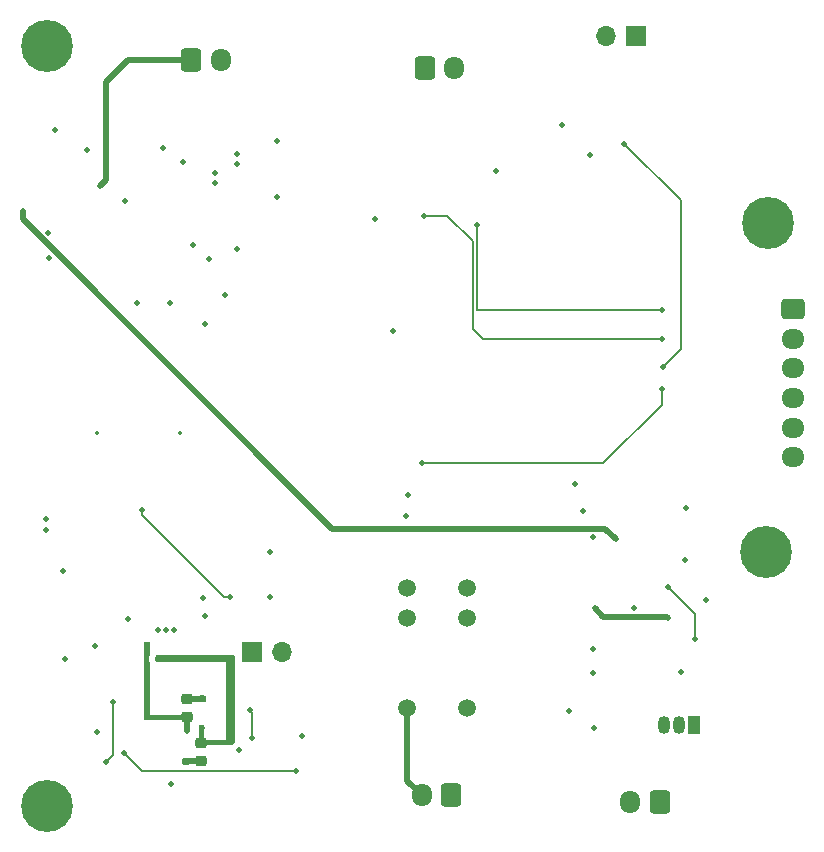
<source format=gbl>
%TF.GenerationSoftware,KiCad,Pcbnew,8.0.5*%
%TF.CreationDate,2025-03-29T03:18:47+03:00*%
%TF.ProjectId,PCB_FINAL_UPDATED,5043425f-4649-44e4-914c-5f5550444154,rev?*%
%TF.SameCoordinates,Original*%
%TF.FileFunction,Copper,L4,Bot*%
%TF.FilePolarity,Positive*%
%FSLAX46Y46*%
G04 Gerber Fmt 4.6, Leading zero omitted, Abs format (unit mm)*
G04 Created by KiCad (PCBNEW 8.0.5) date 2025-03-29 03:18:47*
%MOMM*%
%LPD*%
G01*
G04 APERTURE LIST*
G04 Aperture macros list*
%AMRoundRect*
0 Rectangle with rounded corners*
0 $1 Rounding radius*
0 $2 $3 $4 $5 $6 $7 $8 $9 X,Y pos of 4 corners*
0 Add a 4 corners polygon primitive as box body*
4,1,4,$2,$3,$4,$5,$6,$7,$8,$9,$2,$3,0*
0 Add four circle primitives for the rounded corners*
1,1,$1+$1,$2,$3*
1,1,$1+$1,$4,$5*
1,1,$1+$1,$6,$7*
1,1,$1+$1,$8,$9*
0 Add four rect primitives between the rounded corners*
20,1,$1+$1,$2,$3,$4,$5,0*
20,1,$1+$1,$4,$5,$6,$7,0*
20,1,$1+$1,$6,$7,$8,$9,0*
20,1,$1+$1,$8,$9,$2,$3,0*%
G04 Aperture macros list end*
%TA.AperFunction,ComponentPad*%
%ADD10C,0.700000*%
%TD*%
%TA.AperFunction,ComponentPad*%
%ADD11C,4.400000*%
%TD*%
%TA.AperFunction,ComponentPad*%
%ADD12RoundRect,0.250000X-0.600000X-0.725000X0.600000X-0.725000X0.600000X0.725000X-0.600000X0.725000X0*%
%TD*%
%TA.AperFunction,ComponentPad*%
%ADD13O,1.700000X1.950000*%
%TD*%
%TA.AperFunction,ComponentPad*%
%ADD14RoundRect,0.250000X0.600000X0.725000X-0.600000X0.725000X-0.600000X-0.725000X0.600000X-0.725000X0*%
%TD*%
%TA.AperFunction,ComponentPad*%
%ADD15R,1.700000X1.700000*%
%TD*%
%TA.AperFunction,ComponentPad*%
%ADD16O,1.700000X1.700000*%
%TD*%
%TA.AperFunction,ComponentPad*%
%ADD17R,1.050000X1.500000*%
%TD*%
%TA.AperFunction,ComponentPad*%
%ADD18O,1.050000X1.500000*%
%TD*%
%TA.AperFunction,ComponentPad*%
%ADD19RoundRect,0.250000X-0.725000X0.600000X-0.725000X-0.600000X0.725000X-0.600000X0.725000X0.600000X0*%
%TD*%
%TA.AperFunction,ComponentPad*%
%ADD20O,1.950000X1.700000*%
%TD*%
%TA.AperFunction,ComponentPad*%
%ADD21C,1.498600*%
%TD*%
%TA.AperFunction,SMDPad,CuDef*%
%ADD22RoundRect,0.225000X-0.250000X0.225000X-0.250000X-0.225000X0.250000X-0.225000X0.250000X0.225000X0*%
%TD*%
%TA.AperFunction,SMDPad,CuDef*%
%ADD23RoundRect,0.225000X0.250000X-0.225000X0.250000X0.225000X-0.250000X0.225000X-0.250000X-0.225000X0*%
%TD*%
%TA.AperFunction,ViaPad*%
%ADD24C,0.500000*%
%TD*%
%TA.AperFunction,Conductor*%
%ADD25C,0.500000*%
%TD*%
%TA.AperFunction,Conductor*%
%ADD26C,0.152400*%
%TD*%
%ADD27C,0.300000*%
%ADD28C,0.350000*%
G04 APERTURE END LIST*
D10*
%TO.P,H2,1,1*%
%TO.N,GND*%
X35150000Y-116300000D03*
X35633274Y-115133274D03*
X35633274Y-117466726D03*
X36800000Y-114650000D03*
D11*
X36800000Y-116300000D03*
D10*
X36800000Y-117950000D03*
X37966726Y-115133274D03*
X37966726Y-117466726D03*
X38450000Y-116300000D03*
%TD*%
%TO.P,H3,1,1*%
%TO.N,GND*%
X96250000Y-66950000D03*
X96733274Y-65783274D03*
X96733274Y-68116726D03*
X97900000Y-65300000D03*
D11*
X97900000Y-66950000D03*
D10*
X97900000Y-68600000D03*
X99066726Y-65783274D03*
X99066726Y-68116726D03*
X99550000Y-66950000D03*
%TD*%
D12*
%TO.P,J5,1,Pin_1*%
%TO.N,OUT1*%
X68797800Y-53822600D03*
D13*
%TO.P,J5,2,Pin_2*%
%TO.N,OUT2*%
X71297800Y-53822600D03*
%TD*%
D10*
%TO.P,H4,1,1*%
%TO.N,GND*%
X96050000Y-94800000D03*
X96533274Y-93633274D03*
X96533274Y-95966726D03*
X97700000Y-93150000D03*
D11*
X97700000Y-94800000D03*
D10*
X97700000Y-96450000D03*
X98866726Y-93633274D03*
X98866726Y-95966726D03*
X99350000Y-94800000D03*
%TD*%
D14*
%TO.P,J6,1,Pin_1*%
%TO.N,GND*%
X71054600Y-115390000D03*
D13*
%TO.P,J6,2,Pin_2*%
%TO.N,Net-(J6-Pin_2)*%
X68554600Y-115390000D03*
%TD*%
D15*
%TO.P,J7,1,Pin_1*%
%TO.N,ECG_I*%
X54135000Y-103250000D03*
D16*
%TO.P,J7,2,Pin_2*%
%TO.N,GND*%
X56675000Y-103250000D03*
%TD*%
D15*
%TO.P,J8,1,Pin_1*%
%TO.N,Net-(J8-Pin_1)*%
X86720600Y-51115200D03*
D16*
%TO.P,J8,2,Pin_2*%
%TO.N,Net-(J8-Pin_2)*%
X84180600Y-51115200D03*
%TD*%
D17*
%TO.P,Q1,1,D*%
%TO.N,Net-(Q1-D)*%
X91627600Y-109491000D03*
D18*
%TO.P,Q1,2,G*%
%TO.N,Net-(D8-A)*%
X90357600Y-109491000D03*
%TO.P,Q1,3,S*%
%TO.N,+12V*%
X89087600Y-109491000D03*
%TD*%
D12*
%TO.P,J1,1,Pin_1*%
%TO.N,VBAT*%
X49025000Y-53150000D03*
D13*
%TO.P,J1,2,Pin_2*%
%TO.N,GND*%
X51525000Y-53150000D03*
%TD*%
D14*
%TO.P,J4,1,Pin_1*%
%TO.N,Net-(J4-Pin_1)*%
X88707600Y-115951000D03*
D13*
%TO.P,J4,2,Pin_2*%
%TO.N,GND*%
X86207600Y-115951000D03*
%TD*%
D19*
%TO.P,J2,1,Pin_1*%
%TO.N,RIN*%
X99949000Y-74277200D03*
D20*
%TO.P,J2,2,Pin_2*%
%TO.N,FIN*%
X99949000Y-76777200D03*
%TO.P,J2,3,Pin_3*%
%TO.N,LED_PWM*%
X99949000Y-79277200D03*
%TO.P,J2,4,Pin_4*%
%TO.N,FAN_C*%
X99949000Y-81777200D03*
%TO.P,J2,5,Pin_5*%
%TO.N,GND*%
X99949000Y-84277200D03*
%TO.P,J2,6,Pin_6*%
%TO.N,+5VA*%
X99949000Y-86777200D03*
%TD*%
D10*
%TO.P,H1,1,1*%
%TO.N,GND*%
X35200000Y-52000000D03*
X35683274Y-50833274D03*
X35683274Y-53166726D03*
X36850000Y-50350000D03*
D11*
X36850000Y-52000000D03*
D10*
X36850000Y-53650000D03*
X38016726Y-50833274D03*
X38016726Y-53166726D03*
X38500000Y-52000000D03*
%TD*%
D21*
%TO.P,K1,1,1*%
%TO.N,unconnected-(K1-Pad1)*%
X67335400Y-97891600D03*
%TO.P,K1,2,2*%
%TO.N,+12V*%
X67335400Y-100431600D03*
%TO.P,K1,5,5*%
%TO.N,Net-(J6-Pin_2)*%
X67335400Y-108051600D03*
%TO.P,K1,6,6*%
X72415400Y-108051600D03*
%TO.P,K1,9,9*%
%TO.N,Net-(D15-A)*%
X72415400Y-100431600D03*
%TO.P,K1,10,10*%
%TO.N,+12V*%
X72415400Y-97891600D03*
%TD*%
D22*
%TO.P,C11,1*%
%TO.N,-5V*%
X49850000Y-110950000D03*
%TO.P,C11,2*%
%TO.N,GND*%
X49850000Y-112500000D03*
%TD*%
D23*
%TO.P,C12,1*%
%TO.N,+5V*%
X48700000Y-108825000D03*
%TO.P,C12,2*%
%TO.N,GND*%
X48700000Y-107275000D03*
%TD*%
D24*
%TO.N,VBAT*%
X41300000Y-63800000D03*
%TO.N,+5V*%
X45300000Y-102750000D03*
X52900000Y-62000000D03*
X50500000Y-70000000D03*
X55700000Y-98600000D03*
X51000000Y-62700000D03*
X40850000Y-102750000D03*
X52900000Y-61100000D03*
X51000000Y-63600000D03*
X48700000Y-109950000D03*
%TO.N,/ANALOG CIRCUIT/RLD*%
X52300000Y-98600000D03*
X44900000Y-91300000D03*
%TO.N,-5V*%
X46900000Y-103850000D03*
X36750000Y-92050000D03*
X47600000Y-101400000D03*
X46200000Y-101400000D03*
X46200000Y-103850000D03*
X46900000Y-101400000D03*
X47600000Y-103850000D03*
X36750000Y-92925000D03*
X49950000Y-109700000D03*
%TO.N,Net-(C17-Pad1)*%
X54000000Y-108223800D03*
X54200000Y-110600000D03*
%TO.N,/ANALOG CIRCUIT/HPF_O*%
X41800000Y-112600000D03*
X42400000Y-107500000D03*
%TO.N,Net-(U7-VBST)*%
X89400000Y-100400000D03*
X83200000Y-99600000D03*
%TO.N,GND*%
X55700000Y-94800000D03*
X38350000Y-103900000D03*
X37000000Y-69900000D03*
X50040000Y-98750000D03*
X86550000Y-99600000D03*
X48330000Y-61760000D03*
X81000000Y-108320000D03*
X74800000Y-62530000D03*
X38200000Y-96450000D03*
X64570000Y-66650000D03*
X83100000Y-109720000D03*
X80430000Y-58700000D03*
X83050000Y-105070000D03*
X56300000Y-60000000D03*
X50200000Y-75500000D03*
X37460000Y-59070000D03*
X43400000Y-65100000D03*
X83050000Y-103020000D03*
X47250000Y-73750000D03*
X49200000Y-68800000D03*
X90500000Y-105020000D03*
X50000000Y-107280000D03*
X53100000Y-111600000D03*
X50200000Y-100210000D03*
X83080000Y-93550000D03*
X82200000Y-91320000D03*
X51900000Y-73100000D03*
X36900000Y-67800000D03*
X90870000Y-95500000D03*
X58450000Y-110380000D03*
X48550000Y-112500000D03*
X40200000Y-60800000D03*
X82800000Y-61170000D03*
X92600000Y-98880000D03*
X67200000Y-91750000D03*
X67350000Y-89950000D03*
X46600000Y-60600000D03*
X66150000Y-76100000D03*
X47300000Y-114500000D03*
X90900000Y-91130000D03*
X56300000Y-64800000D03*
X44400000Y-73750000D03*
X52900000Y-69200000D03*
X81500000Y-89050000D03*
X41050000Y-110100000D03*
X43700000Y-100500000D03*
%TO.N,FIN*%
X68750000Y-66350000D03*
X88900000Y-76800000D03*
%TO.N,LED_PWM*%
X88950000Y-79150000D03*
X85700000Y-60250000D03*
%TO.N,RIN*%
X73200000Y-67150000D03*
X88900000Y-74300000D03*
%TO.N,FAN_C*%
X88850000Y-81050000D03*
X68600000Y-87300000D03*
%TO.N,/ANALOG CIRCUIT/NFO*%
X57900000Y-113400000D03*
X43300000Y-111800000D03*
%TO.N,Net-(U7-VFB)*%
X89400000Y-97800000D03*
X91700000Y-102200000D03*
%TO.N,+5VA*%
X34750000Y-65950000D03*
X85000000Y-93750000D03*
%TD*%
D25*
%TO.N,VBAT*%
X41800000Y-55000000D02*
X43650000Y-53150000D01*
X41300000Y-63800000D02*
X41800000Y-63300000D01*
X43650000Y-53150000D02*
X49025000Y-53150000D01*
X41800000Y-63300000D02*
X41800000Y-55000000D01*
D26*
%TO.N,/ANALOG CIRCUIT/RLD*%
X51800000Y-98600000D02*
X52300000Y-98600000D01*
X44900000Y-91300000D02*
X44900000Y-91700000D01*
X44900000Y-91700000D02*
X51800000Y-98600000D01*
%TO.N,Net-(C17-Pad1)*%
X54200000Y-110600000D02*
X54200000Y-108423800D01*
X54200000Y-108423800D02*
X54000000Y-108223800D01*
%TO.N,/ANALOG CIRCUIT/HPF_O*%
X42400000Y-107500000D02*
X42400000Y-112000000D01*
X42400000Y-112000000D02*
X41800000Y-112600000D01*
D25*
%TO.N,Net-(U7-VBST)*%
X89300000Y-100300000D02*
X83900000Y-100300000D01*
X89400000Y-100400000D02*
X89300000Y-100300000D01*
X83900000Y-100300000D02*
X83200000Y-99600000D01*
D26*
%TO.N,FIN*%
X70700000Y-66350000D02*
X72847600Y-68497600D01*
X72847600Y-75947600D02*
X73700000Y-76800000D01*
X72847600Y-68497600D02*
X72847600Y-75947600D01*
X73700000Y-76800000D02*
X88900000Y-76800000D01*
X68750000Y-66350000D02*
X70700000Y-66350000D01*
%TO.N,LED_PWM*%
X90500000Y-77600000D02*
X88950000Y-79150000D01*
X85700000Y-60250000D02*
X90500000Y-65050000D01*
X90500000Y-65050000D02*
X90500000Y-76850000D01*
X90500000Y-76850000D02*
X90500000Y-77600000D01*
%TO.N,RIN*%
X88850000Y-74350000D02*
X88900000Y-74300000D01*
X73200000Y-67150000D02*
X73200000Y-74350000D01*
X73200000Y-74350000D02*
X88850000Y-74350000D01*
%TO.N,FAN_C*%
X83900000Y-87300000D02*
X68600000Y-87300000D01*
X88850000Y-81050000D02*
X88850000Y-82350000D01*
X88850000Y-82350000D02*
X83900000Y-87300000D01*
D25*
%TO.N,Net-(J6-Pin_2)*%
X67335400Y-114170800D02*
X68554600Y-115390000D01*
X67335400Y-108051600D02*
X67335400Y-114170800D01*
D26*
%TO.N,/ANALOG CIRCUIT/NFO*%
X43300000Y-111800000D02*
X43326200Y-111773800D01*
X44900000Y-113400000D02*
X57900000Y-113400000D01*
X43300000Y-111800000D02*
X44900000Y-113400000D01*
%TO.N,Net-(U7-VFB)*%
X91700000Y-102200000D02*
X91700000Y-100100000D01*
X91700000Y-100100000D02*
X89400000Y-97800000D01*
D25*
%TO.N,+5VA*%
X60939950Y-92850000D02*
X84100000Y-92850000D01*
X84100000Y-92850000D02*
X85000000Y-93750000D01*
X34750000Y-65950000D02*
X34750000Y-66660050D01*
X34750000Y-66660050D02*
X60939950Y-92850000D01*
%TD*%
%TA.AperFunction,Conductor*%
%TO.N,+5V*%
G36*
X45493039Y-102419685D02*
G01*
X45538794Y-102472489D01*
X45550000Y-102524000D01*
X45550000Y-103438115D01*
X45530995Y-103504085D01*
X45519544Y-103522308D01*
X45463685Y-103681943D01*
X45444751Y-103849997D01*
X45444751Y-103850002D01*
X45463685Y-104018056D01*
X45519544Y-104177690D01*
X45530993Y-104195911D01*
X45550000Y-104261884D01*
X45550000Y-108600000D01*
X48897644Y-108600000D01*
X48938794Y-108647489D01*
X48950000Y-108699000D01*
X48950000Y-108951000D01*
X48930315Y-109018039D01*
X48893430Y-109050000D01*
X45174000Y-109050000D01*
X45106961Y-109030315D01*
X45061206Y-108977511D01*
X45050000Y-108926000D01*
X45050000Y-102524000D01*
X45069685Y-102456961D01*
X45122489Y-102411206D01*
X45174000Y-102400000D01*
X45426000Y-102400000D01*
X45493039Y-102419685D01*
G37*
%TD.AperFunction*%
%TD*%
%TA.AperFunction,Conductor*%
%TO.N,GND*%
G36*
X48870677Y-112249685D02*
G01*
X48871068Y-112250000D01*
X49976000Y-112250000D01*
X50043039Y-112269685D01*
X50088794Y-112322489D01*
X50090000Y-112328032D01*
X50090000Y-112660055D01*
X50080315Y-112693039D01*
X50027511Y-112738794D01*
X49976000Y-112750000D01*
X48875001Y-112750000D01*
X48838682Y-112786319D01*
X48835699Y-112783336D01*
X48802512Y-112812094D01*
X48751001Y-112823300D01*
X48414000Y-112823300D01*
X48346961Y-112803615D01*
X48301206Y-112750811D01*
X48290000Y-112699300D01*
X48290000Y-112354000D01*
X48309685Y-112286961D01*
X48362489Y-112241206D01*
X48414000Y-112230000D01*
X48803638Y-112230000D01*
X48870677Y-112249685D01*
G37*
%TD.AperFunction*%
%TD*%
%TA.AperFunction,Conductor*%
%TO.N,-5V*%
G36*
X52693039Y-103569685D02*
G01*
X52738794Y-103622489D01*
X52750000Y-103674000D01*
X52750000Y-110865030D01*
X52730315Y-110932069D01*
X52691972Y-110970024D01*
X52629110Y-111009522D01*
X52509523Y-111129109D01*
X52509523Y-111129110D01*
X52501441Y-111141971D01*
X52449109Y-111188262D01*
X52396448Y-111200000D01*
X49724000Y-111200000D01*
X49656961Y-111180315D01*
X49611206Y-111127511D01*
X49600000Y-111076000D01*
X49600000Y-110824000D01*
X49619685Y-110756961D01*
X49672489Y-110711206D01*
X49700000Y-110705221D01*
X49700000Y-111050000D01*
X50150000Y-111050000D01*
X50150000Y-110700000D01*
X51950000Y-110700000D01*
X51950000Y-104100000D01*
X46124000Y-104100000D01*
X46056961Y-104080315D01*
X46011206Y-104027511D01*
X46000000Y-103976000D01*
X46000000Y-103707908D01*
X46010817Y-103657256D01*
X46016740Y-103644021D01*
X46016744Y-103644008D01*
X46017994Y-103639671D01*
X46055469Y-103580701D01*
X46118876Y-103551353D01*
X46137147Y-103550000D01*
X52626000Y-103550000D01*
X52693039Y-103569685D01*
G37*
%TD.AperFunction*%
%TD*%
%TA.AperFunction,Conductor*%
%TO.N,GND*%
G36*
X50203039Y-106969685D02*
G01*
X50248794Y-107022489D01*
X50260000Y-107074000D01*
X50260000Y-107426000D01*
X50240315Y-107493039D01*
X50187511Y-107538794D01*
X50136000Y-107550000D01*
X49751362Y-107550000D01*
X49684323Y-107530315D01*
X49677727Y-107525000D01*
X48574000Y-107525000D01*
X48506961Y-107505315D01*
X48461206Y-107452511D01*
X48460000Y-107446967D01*
X48460000Y-107114944D01*
X48469685Y-107081961D01*
X48522489Y-107036206D01*
X48574000Y-107025000D01*
X49674999Y-107025000D01*
X49711318Y-106988681D01*
X49713389Y-106990752D01*
X49747488Y-106961206D01*
X49798999Y-106950000D01*
X50136000Y-106950000D01*
X50203039Y-106969685D01*
G37*
%TD.AperFunction*%
%TD*%
%TA.AperFunction,Conductor*%
%TO.N,+5V*%
G36*
X48900000Y-109818000D02*
G01*
X48900000Y-109926000D01*
X48880315Y-109993039D01*
X48827511Y-110038794D01*
X48776000Y-110050000D01*
X48574000Y-110050000D01*
X48506961Y-110030315D01*
X48461206Y-109977511D01*
X48450000Y-109926000D01*
X48450000Y-109050000D01*
X48900000Y-109050000D01*
X48900000Y-109818000D01*
G37*
%TD.AperFunction*%
%TA.AperFunction,Conductor*%
G36*
X48893039Y-108594685D02*
G01*
X48897645Y-108600000D01*
X48506570Y-108600000D01*
X48522489Y-108586206D01*
X48574000Y-108575000D01*
X48826000Y-108575000D01*
X48893039Y-108594685D01*
G37*
%TD.AperFunction*%
%TD*%
%TA.AperFunction,Conductor*%
%TO.N,-5V*%
G36*
X50093039Y-109469685D02*
G01*
X50138794Y-109522489D01*
X50150000Y-109574000D01*
X50150000Y-109898638D01*
X50130315Y-109965677D01*
X50113681Y-109986319D01*
X50100000Y-110000000D01*
X50100000Y-111050000D01*
X49700000Y-111050000D01*
X49700000Y-109574000D01*
X49719685Y-109506961D01*
X49772489Y-109461206D01*
X49824000Y-109450000D01*
X50026000Y-109450000D01*
X50093039Y-109469685D01*
G37*
%TD.AperFunction*%
%TD*%
D27*
X41300000Y-63800000D03*
X45300000Y-102750000D03*
X52900000Y-62000000D03*
X50500000Y-70000000D03*
X55700000Y-98600000D03*
X51000000Y-62700000D03*
X40850000Y-102750000D03*
X52900000Y-61100000D03*
X51000000Y-63600000D03*
X48700000Y-109950000D03*
X52300000Y-98600000D03*
X44900000Y-91300000D03*
X46900000Y-103850000D03*
X36750000Y-92050000D03*
X47600000Y-101400000D03*
X46200000Y-101400000D03*
X46200000Y-103850000D03*
X46900000Y-101400000D03*
X47600000Y-103850000D03*
X36750000Y-92925000D03*
X49950000Y-109700000D03*
X54000000Y-108223800D03*
X54200000Y-110600000D03*
X41800000Y-112600000D03*
X42400000Y-107500000D03*
X89400000Y-100400000D03*
X83200000Y-99600000D03*
X55700000Y-94800000D03*
X38350000Y-103900000D03*
X37000000Y-69900000D03*
X50040000Y-98750000D03*
X86550000Y-99600000D03*
X48330000Y-61760000D03*
X81000000Y-108320000D03*
X74800000Y-62530000D03*
X38200000Y-96450000D03*
X64570000Y-66650000D03*
X83100000Y-109720000D03*
X80430000Y-58700000D03*
X83050000Y-105070000D03*
X56300000Y-60000000D03*
X50200000Y-75500000D03*
X37460000Y-59070000D03*
X43400000Y-65100000D03*
X83050000Y-103020000D03*
X47250000Y-73750000D03*
X49200000Y-68800000D03*
X90500000Y-105020000D03*
X50000000Y-107280000D03*
X53100000Y-111600000D03*
X50200000Y-100210000D03*
X83080000Y-93550000D03*
X82200000Y-91320000D03*
X51900000Y-73100000D03*
X36900000Y-67800000D03*
X90870000Y-95500000D03*
X58450000Y-110380000D03*
X48550000Y-112500000D03*
X40200000Y-60800000D03*
X82800000Y-61170000D03*
X92600000Y-98880000D03*
X67200000Y-91750000D03*
X67350000Y-89950000D03*
X46600000Y-60600000D03*
X66150000Y-76100000D03*
X47300000Y-114500000D03*
X90900000Y-91130000D03*
X56300000Y-64800000D03*
X44400000Y-73750000D03*
X52900000Y-69200000D03*
X81500000Y-89050000D03*
X41050000Y-110100000D03*
X43700000Y-100500000D03*
X68750000Y-66350000D03*
X88900000Y-76800000D03*
X88950000Y-79150000D03*
X85700000Y-60250000D03*
X73200000Y-67150000D03*
X88900000Y-74300000D03*
X88850000Y-81050000D03*
X68600000Y-87300000D03*
X57900000Y-113400000D03*
X43300000Y-111800000D03*
X89400000Y-97800000D03*
X91700000Y-102200000D03*
X34750000Y-65950000D03*
X85000000Y-93750000D03*
D28*
X35150000Y-116300000D03*
X35633274Y-115133274D03*
X35633274Y-117466726D03*
X36800000Y-114650000D03*
X36800000Y-116300000D03*
X36800000Y-117950000D03*
X37966726Y-115133274D03*
X37966726Y-117466726D03*
X38450000Y-116300000D03*
X96250000Y-66950000D03*
X96733274Y-65783274D03*
X96733274Y-68116726D03*
X97900000Y-65300000D03*
X97900000Y-66950000D03*
X97900000Y-68600000D03*
X99066726Y-65783274D03*
X99066726Y-68116726D03*
X99550000Y-66950000D03*
X68797800Y-53822600D03*
X71297800Y-53822600D03*
X96050000Y-94800000D03*
X96533274Y-93633274D03*
X96533274Y-95966726D03*
X97700000Y-93150000D03*
X97700000Y-94800000D03*
X97700000Y-96450000D03*
X98866726Y-93633274D03*
X98866726Y-95966726D03*
X99350000Y-94800000D03*
X71054600Y-115390000D03*
X68554600Y-115390000D03*
X54135000Y-103250000D03*
X56675000Y-103250000D03*
X86720600Y-51115200D03*
X84180600Y-51115200D03*
X91627600Y-109491000D03*
X90357600Y-109491000D03*
X89087600Y-109491000D03*
X49025000Y-53150000D03*
X51525000Y-53150000D03*
X88707600Y-115951000D03*
X86207600Y-115951000D03*
X41053500Y-84768500D03*
X48053500Y-84768500D03*
X99949000Y-74277200D03*
X99949000Y-76777200D03*
X99949000Y-79277200D03*
X99949000Y-81777200D03*
X99949000Y-84277200D03*
X99949000Y-86777200D03*
X35200000Y-52000000D03*
X35683274Y-50833274D03*
X35683274Y-53166726D03*
X36850000Y-50350000D03*
X36850000Y-52000000D03*
X36850000Y-53650000D03*
X38016726Y-50833274D03*
X38016726Y-53166726D03*
X38500000Y-52000000D03*
X67335400Y-97891600D03*
X67335400Y-100431600D03*
X67335400Y-108051600D03*
X72415400Y-108051600D03*
X72415400Y-100431600D03*
X72415400Y-97891600D03*
M02*

</source>
